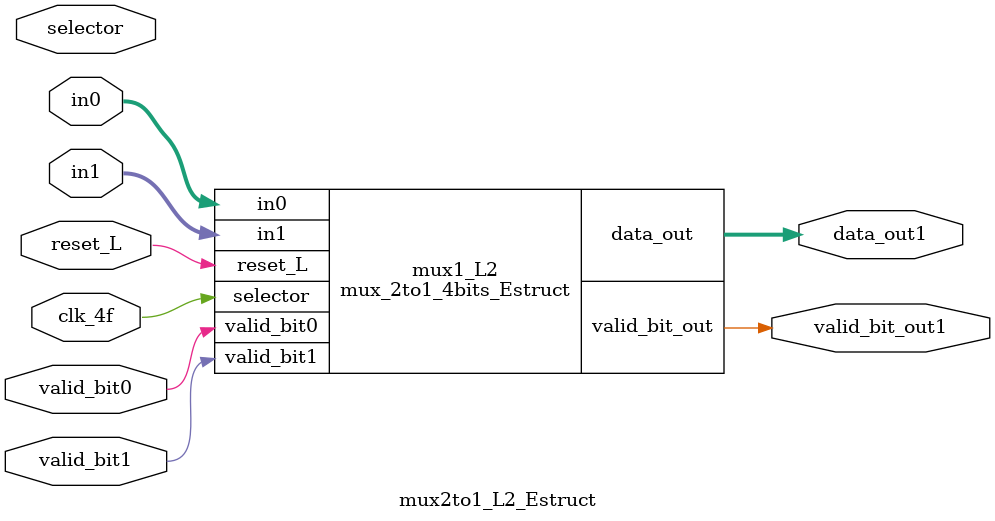
<source format=v>
/* Generated by Yosys 0.7 (git sha1 61f6811, gcc 4.8.4-2ubuntu1~14.04.3 -O2 -fstack-protector -fPIC -Os) */

(* top =  1  *)
(* src = "Mux2a1_descp_condL2.v:2" *)
module mux2to1_L2_Estruct(clk_4f, selector, reset_L, in0, in1, valid_bit0, valid_bit1, valid_bit_out1, data_out1);
  (* src = "Mux2a1_descp_condL2.v:3" *)
  input clk_4f;
  (* src = "Mux2a1_descp_condL2.v:11" *)
  output [7:0] data_out1;
  (* src = "Mux2a1_descp_condL2.v:6" *)
  input [7:0] in0;
  (* src = "Mux2a1_descp_condL2.v:7" *)
  input [7:0] in1;
  (* src = "Mux2a1_descp_condL2.v:5" *)
  input reset_L;
  (* src = "Mux2a1_descp_condL2.v:4" *)
  input selector;
  (* src = "Mux2a1_descp_condL2.v:8" *)
  input valid_bit0;
  (* src = "Mux2a1_descp_condL2.v:9" *)
  input valid_bit1;
  (* src = "Mux2a1_descp_condL2.v:10" *)
  output valid_bit_out1;
  (* src = "Mux2a1_descp_condL2.v:18" *)
  mux_2to1_4bits_Estruct mux1_L2 (
    .data_out(data_out1),
    .in0(in0),
    .in1(in1),
    .reset_L(reset_L),
    .selector(clk_4f),
    .valid_bit0(valid_bit0),
    .valid_bit1(valid_bit1),
    .valid_bit_out(valid_bit_out1)
  );
endmodule

(* src = "Mux2a1_ochobits.v:2" *)
module mux_2to1_4bits_Estruct(selector, reset_L, in0, in1, valid_bit0, valid_bit1, valid_bit_out, data_out);
  (* src = "Mux2a1_ochobits.v:12" *)
  (* unused_bits = "0" *)
  wire bittemporal;
  (* src = "Mux2a1_ochobits.v:10" *)
  output [7:0] data_out;
  (* src = "Mux2a1_ochobits.v:5" *)
  input [7:0] in0;
  (* src = "Mux2a1_ochobits.v:6" *)
  input [7:0] in1;
  (* src = "Mux2a1_ochobits.v:4" *)
  input reset_L;
  (* src = "Mux2a1_ochobits.v:3" *)
  input selector;
  (* src = "Mux2a1_ochobits.v:7" *)
  input valid_bit0;
  (* src = "Mux2a1_ochobits.v:8" *)
  input valid_bit1;
  (* src = "Mux2a1_ochobits.v:9" *)
  output valid_bit_out;
  (* src = "Mux2a1_ochobits.v:13" *)
  mux_conductual mux1 (
    .data_out(data_out[3:0]),
    .in0(in0[3:0]),
    .in1(in1[3:0]),
    .reset_L(reset_L),
    .selector(selector),
    .valid_bit0(valid_bit0),
    .valid_bit1(valid_bit1),
    .valid_bit_out(valid_bit_out)
  );
  (* src = "Mux2a1_ochobits.v:14" *)
  mux_conductual_Estruct mux2 (
    .data_out(data_out[7:4]),
    .in0(in0[7:4]),
    .in1(in1[7:4]),
    .reset_L(reset_L),
    .selector(selector),
    .valid_bit0(valid_bit0),
    .valid_bit1(valid_bit1),
    .valid_bit_out(bittemporal)
  );
endmodule

(* src = "Mux2a1_cuatrobits.v:1" *)
module mux_conductual_Estruct(selector, reset_L, in0, in1, valid_bit0, valid_bit1, valid_bit_out, data_out);
  wire _00_;
  wire _01_;
  wire _02_;
  wire _03_;
  wire _04_;
  wire _05_;
  wire _06_;
  wire _07_;
  wire _08_;
  wire _09_;
  wire _10_;
  wire _11_;
  wire _12_;
  wire _13_;
  wire _14_;
  wire _15_;
  wire _16_;
  wire _17_;
  wire _18_;
  wire _19_;
  wire _20_;
  wire _21_;
  wire _22_;
  wire _23_;
  (* src = "Mux2a1_cuatrobits.v:9" *)
  output [3:0] data_out;
  (* src = "Mux2a1_cuatrobits.v:4" *)
  input [3:0] in0;
  (* src = "Mux2a1_cuatrobits.v:5" *)
  input [3:0] in1;
  (* src = "Mux2a1_cuatrobits.v:3" *)
  input reset_L;
  (* src = "Mux2a1_cuatrobits.v:2" *)
  input selector;
  (* src = "Mux2a1_cuatrobits.v:6" *)
  input valid_bit0;
  (* src = "Mux2a1_cuatrobits.v:7" *)
  input valid_bit1;
  (* src = "Mux2a1_cuatrobits.v:8" *)
  output valid_bit_out;
  (* src = "Mux2a1_cuatrobits.v:12" *)
  wire validotemporal;
  NOT _24_ (
    .A(in0[1]),
    .Y(_09_)
  );
  NOR _25_ (
    .A(_03_),
    .B(_09_),
    .Y(_10_)
  );
  NOT _26_ (
    .A(in1[1]),
    .Y(_11_)
  );
  NOR _27_ (
    .A(_06_),
    .B(_11_),
    .Y(_12_)
  );
  NOR _28_ (
    .A(_12_),
    .B(_10_),
    .Y(_13_)
  );
  NOR _29_ (
    .A(_13_),
    .B(_00_),
    .Y(data_out[1])
  );
  NOT _30_ (
    .A(in0[2]),
    .Y(_14_)
  );
  NOR _31_ (
    .A(_03_),
    .B(_14_),
    .Y(_15_)
  );
  NOT _32_ (
    .A(in1[2]),
    .Y(_16_)
  );
  NOR _33_ (
    .A(_06_),
    .B(_16_),
    .Y(_17_)
  );
  NOR _34_ (
    .A(_17_),
    .B(_15_),
    .Y(_18_)
  );
  NOR _35_ (
    .A(_18_),
    .B(_00_),
    .Y(data_out[2])
  );
  NOT _36_ (
    .A(in0[3]),
    .Y(_19_)
  );
  NOR _37_ (
    .A(_03_),
    .B(_19_),
    .Y(_20_)
  );
  NOT _38_ (
    .A(in1[3]),
    .Y(_21_)
  );
  NOR _39_ (
    .A(_06_),
    .B(_21_),
    .Y(_22_)
  );
  NOR _40_ (
    .A(_22_),
    .B(_20_),
    .Y(_23_)
  );
  NOR _41_ (
    .A(_23_),
    .B(_00_),
    .Y(data_out[3])
  );
  NAND _42_ (
    .A(_06_),
    .B(_03_),
    .Y(valid_bit_out)
  );
  NOT _43_ (
    .A(reset_L),
    .Y(_00_)
  );
  NOT _44_ (
    .A(in0[0]),
    .Y(_01_)
  );
  NOT _45_ (
    .A(selector),
    .Y(_02_)
  );
  NAND _46_ (
    .A(_02_),
    .B(valid_bit0),
    .Y(_03_)
  );
  NOR _47_ (
    .A(_03_),
    .B(_01_),
    .Y(_04_)
  );
  NOT _48_ (
    .A(in1[0]),
    .Y(_05_)
  );
  NAND _49_ (
    .A(selector),
    .B(valid_bit1),
    .Y(_06_)
  );
  NOR _50_ (
    .A(_06_),
    .B(_05_),
    .Y(_07_)
  );
  NOR _51_ (
    .A(_07_),
    .B(_04_),
    .Y(_08_)
  );
  NOR _52_ (
    .A(_08_),
    .B(_00_),
    .Y(data_out[0])
  );
  assign validotemporal = valid_bit_out;
endmodule

</source>
